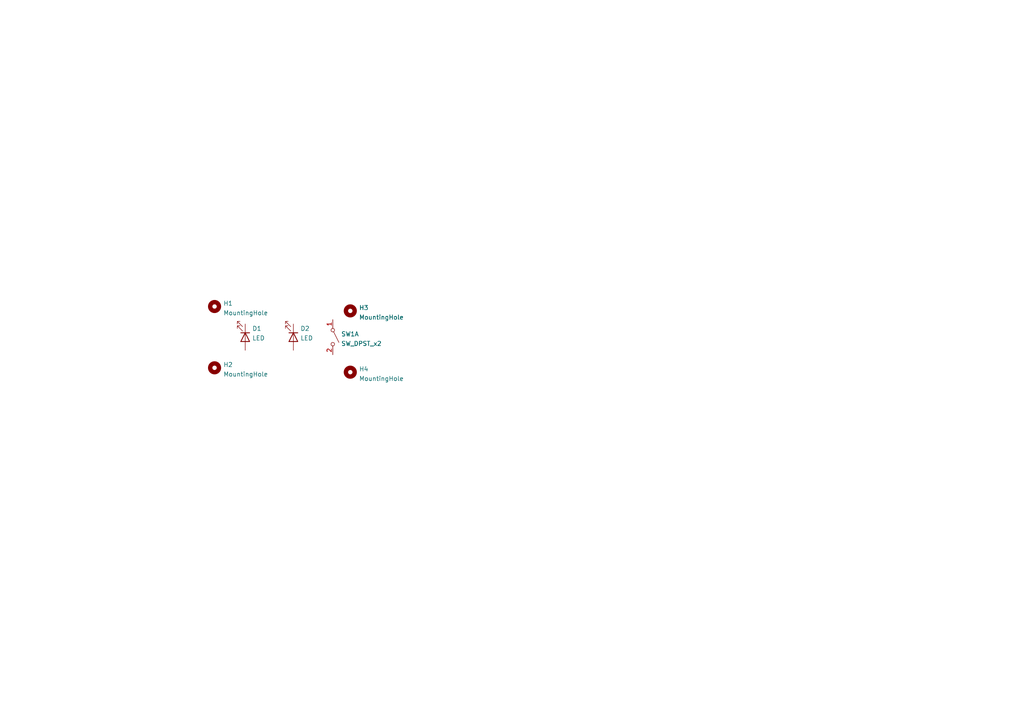
<source format=kicad_sch>
(kicad_sch (version 20211123) (generator eeschema)
  (paper "A4")
  (lib_symbols
    (symbol "Device:LED" (pin_numbers hide) (pin_names (offset 1.016) hide)
      (property "Reference" "D" (at 0 2.54 0))
      (property "Value" "LED" (at 0 -2.54 0))
      (symbol "LED_0_1"
        (polyline (pts (xy -1.27 -1.27) (xy -1.27 1.27)) (stroke (width 0.254)))
        (polyline (pts (xy -1.27 0) (xy 1.27 0)))
        (polyline (pts (xy 1.27 -1.27) (xy 1.27 1.27) (xy -1.27 0) (xy 1.27 -1.27)) (stroke (width 0.254)))
        (polyline (pts (xy -3.048 -0.762) (xy -4.572 -2.286) (xy -3.81 -2.286) (xy -4.572 -2.286) (xy -4.572 -1.524)))
        (polyline (pts (xy -1.778 -0.762) (xy -3.302 -2.286) (xy -2.54 -2.286) (xy -3.302 -2.286) (xy -3.302 -1.524)))
      )
      (symbol "LED_1_1"
        (pin passive line (at -3.81 0 0) (length 2.54) (name "K") (number "1"))
        (pin passive line (at 3.81 0 180) (length 2.54) (name "A") (number "2"))
      )
    )
    (symbol "Mechanical:MountingHole" (pin_names (offset 1.016))
      (property "Reference" "H" (at 0 5.08 0))
      (property "Value" "MountingHole" (at 0 3.175 0))
      (symbol "MountingHole_0_1"
        (circle (center 0 0) (radius 1.27) (stroke (width 1.27)))
      )
    )
    (symbol "Switch:SW_DPST_x2" (pin_names (offset 0) hide)
      (property "Reference" "SW" (at 0 3.175 0))
      (property "Value" "SW_DPST_x2" (at 0 -2.54 0))
      (symbol "SW_DPST_x2_0_0"
        (circle (center -2.032 0) (radius 0.508))
        (polyline (pts (xy -1.524 0.254) (xy 1.524 1.778)))
        (circle (center 2.032 0) (radius 0.508))
      )
      (symbol "SW_DPST_x2_1_1"
        (pin passive line (at -5.08 0 0) (length 2.54) (name "A") (number "1"))
        (pin passive line (at 5.08 0 180) (length 2.54) (name "B") (number "2"))
      )
      (symbol "SW_DPST_x2_2_1"
        (pin passive line (at -5.08 0 0) (length 2.54) (name "A") (number "3"))
        (pin passive line (at 5.08 0 180) (length 2.54) (name "B") (number "4"))
      )
    )
  )
  (symbol (lib_id "Mechanical:MountingHole") (at 62.23 106.68 0) (unit 1)
    (property "Reference" "H2" (at 64.77 105.7715 0) (effects (justify left)))
    (property "Value" "MountingHole" (at 64.77 108.5466 0) (effects (justify left)))
    (property "Footprint" "MountingHole:MountingHole_2.2mm_M2_Pad" (effects hide))
  )
  (symbol (lib_id "Mechanical:MountingHole") (at 101.6 90.17 0) (unit 1)
    (property "Reference" "H3" (at 104.14 89.2615 0) (effects (justify left)))
    (property "Value" "MountingHole" (at 104.14 92.0366 0) (effects (justify left)))
    (property "Footprint" "MountingHole:MountingHole_2.2mm_M2_Pad" (effects hide))
  )
  (symbol (lib_id "Device:LED") (at 71.12 97.79 270) (unit 1)
    (property "Reference" "D1" (at 73.152 95.294 90) (effects (justify left)))
    (property "Value" "LED" (at 73.152 98.0691 90) (effects (justify left)))
    (property "Footprint" "LED_THT:LED_D5.0mm" (effects hide))
  )
  (symbol (lib_id "Switch:SW_DPST_x2") (at 96.52 97.79 270) (unit 1)
    (property "Reference" "SW1" (at 98.933 96.8815 90) (effects (justify left)))
    (property "Value" "SW_DPST_x2" (at 98.933 99.6566 90) (effects (justify left)))
    (property "Footprint" "Button_Switch_THT:SW_CuK_OS102011MA1QN1_SPDT_Angled" (effects hide))
  )
  (symbol (lib_id "Mechanical:MountingHole") (at 101.6 107.95 0) (unit 1)
    (property "Reference" "H4" (at 104.14 107.0415 0) (effects (justify left)))
    (property "Value" "MountingHole" (at 104.14 109.8166 0) (effects (justify left)))
    (property "Footprint" "MountingHole:MountingHole_2.2mm_M2_Pad" (effects hide))
  )
  (symbol (lib_id "Mechanical:MountingHole") (at 62.23 88.9 0) (unit 1)
    (property "Reference" "H1" (at 64.77 87.9915 0) (effects (justify left)))
    (property "Value" "MountingHole" (at 64.77 90.7666 0) (effects (justify left)))
    (property "Footprint" "MountingHole:MountingHole_2.2mm_M2_Pad" (effects hide))
  )
  (symbol (lib_id "Device:LED") (at 85.09 97.79 270) (unit 1)
    (property "Reference" "D2" (at 87.122 95.294 90) (effects (justify left)))
    (property "Value" "LED" (at 87.122 98.0691 90) (effects (justify left)))
    (property "Footprint" "LED_THT:LED_D5.0mm" (effects hide))
  )
)
</source>
